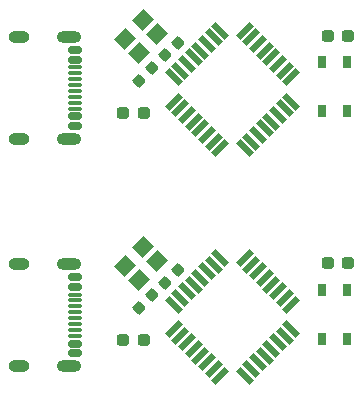
<source format=gtp>
%TF.GenerationSoftware,KiCad,Pcbnew,9.0.1*%
%TF.CreationDate,2025-04-29T19:20:24+09:00*%
%TF.ProjectId,ATtiny328P.kicad_pcb,41547469-6e79-4333-9238-502e6b696361,rev?*%
%TF.SameCoordinates,Original*%
%TF.FileFunction,Paste,Top*%
%TF.FilePolarity,Positive*%
%FSLAX46Y46*%
G04 Gerber Fmt 4.6, Leading zero omitted, Abs format (unit mm)*
G04 Created by KiCad (PCBNEW 9.0.1) date 2025-04-29 19:20:24*
%MOMM*%
%LPD*%
G01*
G04 APERTURE LIST*
G04 Aperture macros list*
%AMRoundRect*
0 Rectangle with rounded corners*
0 $1 Rounding radius*
0 $2 $3 $4 $5 $6 $7 $8 $9 X,Y pos of 4 corners*
0 Add a 4 corners polygon primitive as box body*
4,1,4,$2,$3,$4,$5,$6,$7,$8,$9,$2,$3,0*
0 Add four circle primitives for the rounded corners*
1,1,$1+$1,$2,$3*
1,1,$1+$1,$4,$5*
1,1,$1+$1,$6,$7*
1,1,$1+$1,$8,$9*
0 Add four rect primitives between the rounded corners*
20,1,$1+$1,$2,$3,$4,$5,0*
20,1,$1+$1,$4,$5,$6,$7,0*
20,1,$1+$1,$6,$7,$8,$9,0*
20,1,$1+$1,$8,$9,$2,$3,0*%
%AMRotRect*
0 Rectangle, with rotation*
0 The origin of the aperture is its center*
0 $1 length*
0 $2 width*
0 $3 Rotation angle, in degrees counterclockwise*
0 Add horizontal line*
21,1,$1,$2,0,0,$3*%
G04 Aperture macros list end*
%ADD10RoundRect,0.225000X-0.017678X0.335876X-0.335876X0.017678X0.017678X-0.335876X0.335876X-0.017678X0*%
%ADD11RoundRect,0.237500X-0.287500X-0.237500X0.287500X-0.237500X0.287500X0.237500X-0.287500X0.237500X0*%
%ADD12RoundRect,0.150000X-0.425000X0.150000X-0.425000X-0.150000X0.425000X-0.150000X0.425000X0.150000X0*%
%ADD13RoundRect,0.075000X-0.500000X0.075000X-0.500000X-0.075000X0.500000X-0.075000X0.500000X0.075000X0*%
%ADD14O,2.100000X1.000000*%
%ADD15O,1.800000X1.000000*%
%ADD16R,0.650000X1.050000*%
%ADD17RotRect,1.400000X1.200000X45.000000*%
%ADD18RoundRect,0.237500X0.287500X0.237500X-0.287500X0.237500X-0.287500X-0.237500X0.287500X-0.237500X0*%
%ADD19RotRect,1.600000X0.550000X315.000000*%
%ADD20RotRect,1.600000X0.550000X45.000000*%
G04 APERTURE END LIST*
D10*
%TO.C,C4*%
X139116016Y-67663984D03*
X138020000Y-68760000D03*
%TD*%
D11*
%TO.C,UPDI*%
X151825000Y-67090000D03*
X153575000Y-67090000D03*
%TD*%
D12*
%TO.C,J1*%
X130470000Y-68320000D03*
X130470000Y-69120000D03*
D13*
X130470000Y-70270000D03*
X130470000Y-71270000D03*
X130470000Y-71770000D03*
X130470000Y-72770000D03*
D12*
X130470000Y-73920000D03*
X130470000Y-74720000D03*
X130470000Y-74720000D03*
X130470000Y-73920000D03*
D13*
X130470000Y-73270000D03*
X130470000Y-72270000D03*
X130470000Y-70770000D03*
X130470000Y-69770000D03*
D12*
X130470000Y-69120000D03*
X130470000Y-68320000D03*
D14*
X129895000Y-67200000D03*
D15*
X125715000Y-67200000D03*
D14*
X129895000Y-75840000D03*
D15*
X125715000Y-75840000D03*
%TD*%
D16*
%TO.C,SW1*%
X151315000Y-73503500D03*
X151315000Y-69353500D03*
X153465000Y-73503500D03*
X153465000Y-69353500D03*
%TD*%
D17*
%TO.C,Y1*%
X135860000Y-68530000D03*
X137415635Y-66974365D03*
X136213554Y-65772284D03*
X134657919Y-67327919D03*
%TD*%
D10*
%TO.C,C3*%
X136950000Y-69820000D03*
X135853984Y-70916016D03*
%TD*%
D18*
%TO.C,/RTS#*%
X136255000Y-73640000D03*
X134505000Y-73640000D03*
%TD*%
D19*
%TO.C,U1*%
X142734695Y-66664897D03*
X142169010Y-67230583D03*
X141603324Y-67796268D03*
X141037639Y-68361953D03*
X140471953Y-68927639D03*
X139906268Y-69493324D03*
X139340583Y-70059010D03*
X138774897Y-70624695D03*
D20*
X138774897Y-72675305D03*
X139340583Y-73240990D03*
X139906268Y-73806676D03*
X140471953Y-74372361D03*
X141037639Y-74938047D03*
X141603324Y-75503732D03*
X142169010Y-76069417D03*
X142734695Y-76635103D03*
D19*
X144785305Y-76635103D03*
X145350990Y-76069417D03*
X145916676Y-75503732D03*
X146482361Y-74938047D03*
X147048047Y-74372361D03*
X147613732Y-73806676D03*
X148179417Y-73240990D03*
X148745103Y-72675305D03*
D20*
X148745103Y-70624695D03*
X148179417Y-70059010D03*
X147613732Y-69493324D03*
X147048047Y-68927639D03*
X146482361Y-68361953D03*
X145916676Y-67796268D03*
X145350990Y-67230583D03*
X144785305Y-66664897D03*
%TD*%
D10*
%TO.C,C4*%
X139116016Y-86893984D03*
X138020000Y-87990000D03*
%TD*%
D11*
%TO.C,UPDI*%
X151825000Y-86320000D03*
X153575000Y-86320000D03*
%TD*%
D12*
%TO.C,J1*%
X130470000Y-87550000D03*
X130470000Y-88350000D03*
D13*
X130470000Y-89500000D03*
X130470000Y-90500000D03*
X130470000Y-91000000D03*
X130470000Y-92000000D03*
D12*
X130470000Y-93150000D03*
X130470000Y-93950000D03*
X130470000Y-93950000D03*
X130470000Y-93150000D03*
D13*
X130470000Y-92500000D03*
X130470000Y-91500000D03*
X130470000Y-90000000D03*
X130470000Y-89000000D03*
D12*
X130470000Y-88350000D03*
X130470000Y-87550000D03*
D14*
X129895000Y-86430000D03*
D15*
X125715000Y-86430000D03*
D14*
X129895000Y-95070000D03*
D15*
X125715000Y-95070000D03*
%TD*%
D16*
%TO.C,SW1*%
X151315000Y-92733500D03*
X151315000Y-88583500D03*
X153465000Y-92733500D03*
X153465000Y-88583500D03*
%TD*%
D17*
%TO.C,Y1*%
X135860000Y-87760000D03*
X137415635Y-86204365D03*
X136213554Y-85002284D03*
X134657919Y-86557919D03*
%TD*%
D10*
%TO.C,C3*%
X136950000Y-89050000D03*
X135853984Y-90146016D03*
%TD*%
D18*
%TO.C,/RTS#*%
X136255000Y-92870000D03*
X134505000Y-92870000D03*
%TD*%
D19*
%TO.C,U1*%
X142734695Y-85894897D03*
X142169010Y-86460583D03*
X141603324Y-87026268D03*
X141037639Y-87591953D03*
X140471953Y-88157639D03*
X139906268Y-88723324D03*
X139340583Y-89289010D03*
X138774897Y-89854695D03*
D20*
X138774897Y-91905305D03*
X139340583Y-92470990D03*
X139906268Y-93036676D03*
X140471953Y-93602361D03*
X141037639Y-94168047D03*
X141603324Y-94733732D03*
X142169010Y-95299417D03*
X142734695Y-95865103D03*
D19*
X144785305Y-95865103D03*
X145350990Y-95299417D03*
X145916676Y-94733732D03*
X146482361Y-94168047D03*
X147048047Y-93602361D03*
X147613732Y-93036676D03*
X148179417Y-92470990D03*
X148745103Y-91905305D03*
D20*
X148745103Y-89854695D03*
X148179417Y-89289010D03*
X147613732Y-88723324D03*
X147048047Y-88157639D03*
X146482361Y-87591953D03*
X145916676Y-87026268D03*
X145350990Y-86460583D03*
X144785305Y-85894897D03*
%TD*%
M02*

</source>
